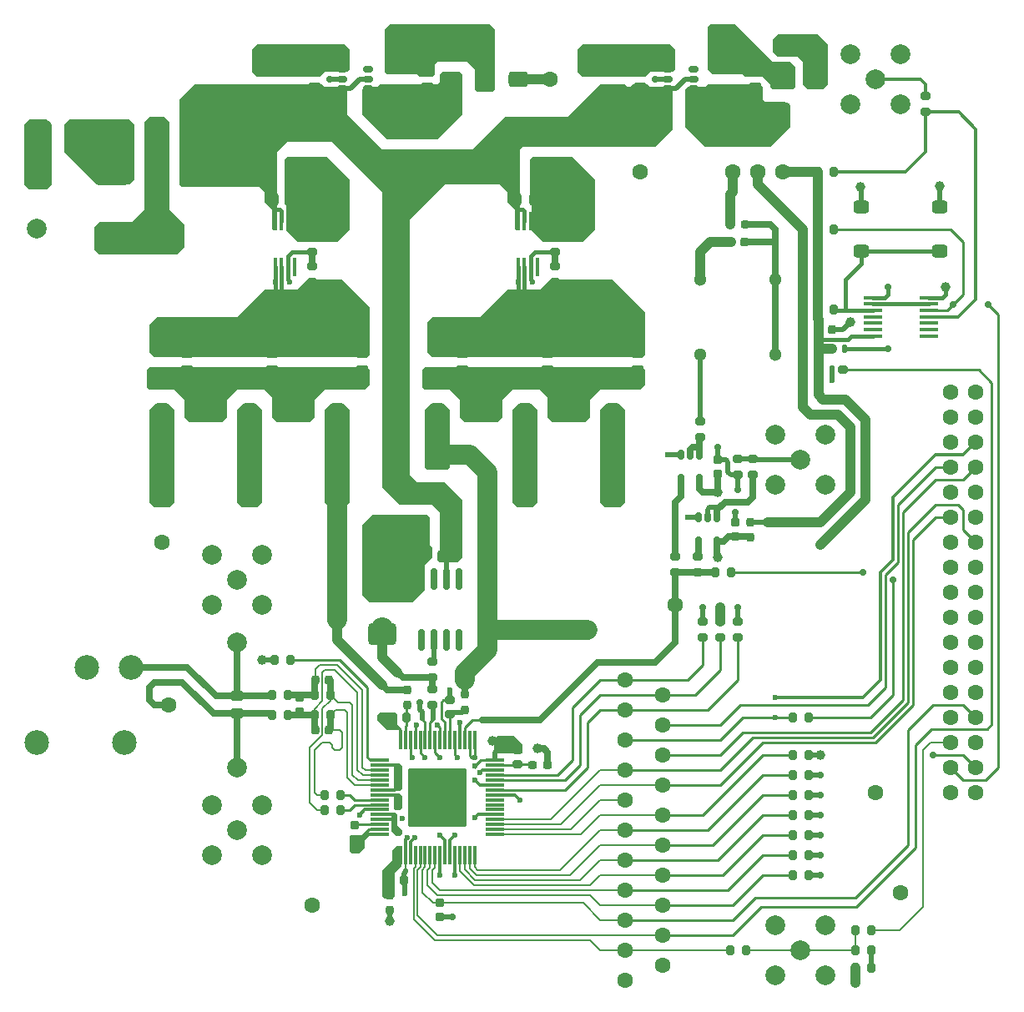
<source format=gtl>
%FSTAX44Y44*%
%MOMM*%
G71*
G01*
G75*
G04 Layer_Physical_Order=1*
G04 Layer_Color=16776960*
G04:AMPARAMS|DCode=10|XSize=0.8mm|YSize=1mm|CornerRadius=0.2mm|HoleSize=0mm|Usage=FLASHONLY|Rotation=270.000|XOffset=0mm|YOffset=0mm|HoleType=Round|Shape=RoundedRectangle|*
%AMROUNDEDRECTD10*
21,1,0.8000,0.6000,0,0,270.0*
21,1,0.4000,1.0000,0,0,270.0*
1,1,0.4000,-0.3000,-0.2000*
1,1,0.4000,-0.3000,0.2000*
1,1,0.4000,0.3000,0.2000*
1,1,0.4000,0.3000,-0.2000*
%
%ADD10ROUNDEDRECTD10*%
G04:AMPARAMS|DCode=11|XSize=0.8mm|YSize=1mm|CornerRadius=0.2mm|HoleSize=0mm|Usage=FLASHONLY|Rotation=0.000|XOffset=0mm|YOffset=0mm|HoleType=Round|Shape=RoundedRectangle|*
%AMROUNDEDRECTD11*
21,1,0.8000,0.6000,0,0,0.0*
21,1,0.4000,1.0000,0,0,0.0*
1,1,0.4000,0.2000,-0.3000*
1,1,0.4000,-0.2000,-0.3000*
1,1,0.4000,-0.2000,0.3000*
1,1,0.4000,0.2000,0.3000*
%
%ADD11ROUNDEDRECTD11*%
G04:AMPARAMS|DCode=12|XSize=0.9mm|YSize=0.8mm|CornerRadius=0.2mm|HoleSize=0mm|Usage=FLASHONLY|Rotation=90.000|XOffset=0mm|YOffset=0mm|HoleType=Round|Shape=RoundedRectangle|*
%AMROUNDEDRECTD12*
21,1,0.9000,0.4000,0,0,90.0*
21,1,0.5000,0.8000,0,0,90.0*
1,1,0.4000,0.2000,0.2500*
1,1,0.4000,0.2000,-0.2500*
1,1,0.4000,-0.2000,-0.2500*
1,1,0.4000,-0.2000,0.2500*
%
%ADD12ROUNDEDRECTD12*%
G04:AMPARAMS|DCode=13|XSize=0.45mm|YSize=0.8mm|CornerRadius=0.1125mm|HoleSize=0mm|Usage=FLASHONLY|Rotation=180.000|XOffset=0mm|YOffset=0mm|HoleType=Round|Shape=RoundedRectangle|*
%AMROUNDEDRECTD13*
21,1,0.4500,0.5750,0,0,180.0*
21,1,0.2250,0.8000,0,0,180.0*
1,1,0.2250,-0.1125,0.2875*
1,1,0.2250,0.1125,0.2875*
1,1,0.2250,0.1125,-0.2875*
1,1,0.2250,-0.1125,-0.2875*
%
%ADD13ROUNDEDRECTD13*%
G04:AMPARAMS|DCode=14|XSize=1mm|YSize=0.8mm|CornerRadius=0.2mm|HoleSize=0mm|Usage=FLASHONLY|Rotation=180.000|XOffset=0mm|YOffset=0mm|HoleType=Round|Shape=RoundedRectangle|*
%AMROUNDEDRECTD14*
21,1,1.0000,0.4000,0,0,180.0*
21,1,0.6000,0.8000,0,0,180.0*
1,1,0.4000,-0.3000,0.2000*
1,1,0.4000,0.3000,0.2000*
1,1,0.4000,0.3000,-0.2000*
1,1,0.4000,-0.3000,-0.2000*
%
%ADD14ROUNDEDRECTD14*%
G04:AMPARAMS|DCode=15|XSize=1.9mm|YSize=0.4mm|CornerRadius=0.1mm|HoleSize=0mm|Usage=FLASHONLY|Rotation=180.000|XOffset=0mm|YOffset=0mm|HoleType=Round|Shape=RoundedRectangle|*
%AMROUNDEDRECTD15*
21,1,1.9000,0.2000,0,0,180.0*
21,1,1.7000,0.4000,0,0,180.0*
1,1,0.2000,-0.8500,0.1000*
1,1,0.2000,0.8500,0.1000*
1,1,0.2000,0.8500,-0.1000*
1,1,0.2000,-0.8500,-0.1000*
%
%ADD15ROUNDEDRECTD15*%
G04:AMPARAMS|DCode=16|XSize=0.8mm|YSize=0.85mm|CornerRadius=0.2mm|HoleSize=0mm|Usage=FLASHONLY|Rotation=90.000|XOffset=0mm|YOffset=0mm|HoleType=Round|Shape=RoundedRectangle|*
%AMROUNDEDRECTD16*
21,1,0.8000,0.4500,0,0,90.0*
21,1,0.4000,0.8500,0,0,90.0*
1,1,0.4000,0.2250,0.2000*
1,1,0.4000,0.2250,-0.2000*
1,1,0.4000,-0.2250,-0.2000*
1,1,0.4000,-0.2250,0.2000*
%
%ADD16ROUNDEDRECTD16*%
G04:AMPARAMS|DCode=17|XSize=1.6mm|YSize=1.3mm|CornerRadius=0.325mm|HoleSize=0mm|Usage=FLASHONLY|Rotation=0.000|XOffset=0mm|YOffset=0mm|HoleType=Round|Shape=RoundedRectangle|*
%AMROUNDEDRECTD17*
21,1,1.6000,0.6500,0,0,0.0*
21,1,0.9500,1.3000,0,0,0.0*
1,1,0.6500,0.4750,-0.3250*
1,1,0.6500,-0.4750,-0.3250*
1,1,0.6500,-0.4750,0.3250*
1,1,0.6500,0.4750,0.3250*
%
%ADD17ROUNDEDRECTD17*%
G04:AMPARAMS|DCode=18|XSize=2mm|YSize=1.6mm|CornerRadius=0.4mm|HoleSize=0mm|Usage=FLASHONLY|Rotation=90.000|XOffset=0mm|YOffset=0mm|HoleType=Round|Shape=RoundedRectangle|*
%AMROUNDEDRECTD18*
21,1,2.0000,0.8000,0,0,90.0*
21,1,1.2000,1.6000,0,0,90.0*
1,1,0.8000,0.4000,0.6000*
1,1,0.8000,0.4000,-0.6000*
1,1,0.8000,-0.4000,-0.6000*
1,1,0.8000,-0.4000,0.6000*
%
%ADD18ROUNDEDRECTD18*%
G04:AMPARAMS|DCode=19|XSize=2mm|YSize=2.6mm|CornerRadius=0.5mm|HoleSize=0mm|Usage=FLASHONLY|Rotation=90.000|XOffset=0mm|YOffset=0mm|HoleType=Round|Shape=RoundedRectangle|*
%AMROUNDEDRECTD19*
21,1,2.0000,1.6000,0,0,90.0*
21,1,1.0000,2.6000,0,0,90.0*
1,1,1.0000,0.8000,0.5000*
1,1,1.0000,0.8000,-0.5000*
1,1,1.0000,-0.8000,-0.5000*
1,1,1.0000,-0.8000,0.5000*
%
%ADD19ROUNDEDRECTD19*%
G04:AMPARAMS|DCode=20|XSize=1.25mm|YSize=1mm|CornerRadius=0.25mm|HoleSize=0mm|Usage=FLASHONLY|Rotation=180.000|XOffset=0mm|YOffset=0mm|HoleType=Round|Shape=RoundedRectangle|*
%AMROUNDEDRECTD20*
21,1,1.2500,0.5000,0,0,180.0*
21,1,0.7500,1.0000,0,0,180.0*
1,1,0.5000,-0.3750,0.2500*
1,1,0.5000,0.3750,0.2500*
1,1,0.5000,0.3750,-0.2500*
1,1,0.5000,-0.3750,-0.2500*
%
%ADD20ROUNDEDRECTD20*%
G04:AMPARAMS|DCode=21|XSize=1.8mm|YSize=2.8mm|CornerRadius=0.18mm|HoleSize=0mm|Usage=FLASHONLY|Rotation=90.000|XOffset=0mm|YOffset=0mm|HoleType=Round|Shape=RoundedRectangle|*
%AMROUNDEDRECTD21*
21,1,1.8000,2.4400,0,0,90.0*
21,1,1.4400,2.8000,0,0,90.0*
1,1,0.3600,1.2200,0.7200*
1,1,0.3600,1.2200,-0.7200*
1,1,0.3600,-1.2200,-0.7200*
1,1,0.3600,-1.2200,0.7200*
%
%ADD21ROUNDEDRECTD21*%
G04:AMPARAMS|DCode=22|XSize=0.7mm|YSize=1mm|CornerRadius=0.175mm|HoleSize=0mm|Usage=FLASHONLY|Rotation=270.000|XOffset=0mm|YOffset=0mm|HoleType=Round|Shape=RoundedRectangle|*
%AMROUNDEDRECTD22*
21,1,0.7000,0.6500,0,0,270.0*
21,1,0.3500,1.0000,0,0,270.0*
1,1,0.3500,-0.3250,-0.1750*
1,1,0.3500,-0.3250,0.1750*
1,1,0.3500,0.3250,0.1750*
1,1,0.3500,0.3250,-0.1750*
%
%ADD22ROUNDEDRECTD22*%
G04:AMPARAMS|DCode=23|XSize=2mm|YSize=1.6mm|CornerRadius=0.4mm|HoleSize=0mm|Usage=FLASHONLY|Rotation=0.000|XOffset=0mm|YOffset=0mm|HoleType=Round|Shape=RoundedRectangle|*
%AMROUNDEDRECTD23*
21,1,2.0000,0.8000,0,0,0.0*
21,1,1.2000,1.6000,0,0,0.0*
1,1,0.8000,0.6000,-0.4000*
1,1,0.8000,-0.6000,-0.4000*
1,1,0.8000,-0.6000,0.4000*
1,1,0.8000,0.6000,0.4000*
%
%ADD23ROUNDEDRECTD23*%
G04:AMPARAMS|DCode=24|XSize=2mm|YSize=2.6mm|CornerRadius=0.5mm|HoleSize=0mm|Usage=FLASHONLY|Rotation=0.000|XOffset=0mm|YOffset=0mm|HoleType=Round|Shape=RoundedRectangle|*
%AMROUNDEDRECTD24*
21,1,2.0000,1.6000,0,0,0.0*
21,1,1.0000,2.6000,0,0,0.0*
1,1,1.0000,0.5000,-0.8000*
1,1,1.0000,-0.5000,-0.8000*
1,1,1.0000,-0.5000,0.8000*
1,1,1.0000,0.5000,0.8000*
%
%ADD24ROUNDEDRECTD24*%
G04:AMPARAMS|DCode=25|XSize=2.4mm|YSize=3mm|CornerRadius=0.24mm|HoleSize=0mm|Usage=FLASHONLY|Rotation=270.000|XOffset=0mm|YOffset=0mm|HoleType=Round|Shape=RoundedRectangle|*
%AMROUNDEDRECTD25*
21,1,2.4000,2.5200,0,0,270.0*
21,1,1.9200,3.0000,0,0,270.0*
1,1,0.4800,-1.2600,-0.9600*
1,1,0.4800,-1.2600,0.9600*
1,1,0.4800,1.2600,0.9600*
1,1,0.4800,1.2600,-0.9600*
%
%ADD25ROUNDEDRECTD25*%
G04:AMPARAMS|DCode=26|XSize=2.65mm|YSize=1.75mm|CornerRadius=0.4375mm|HoleSize=0mm|Usage=FLASHONLY|Rotation=180.000|XOffset=0mm|YOffset=0mm|HoleType=Round|Shape=RoundedRectangle|*
%AMROUNDEDRECTD26*
21,1,2.6500,0.8750,0,0,180.0*
21,1,1.7750,1.7500,0,0,180.0*
1,1,0.8750,-0.8875,0.4375*
1,1,0.8750,0.8875,0.4375*
1,1,0.8750,0.8875,-0.4375*
1,1,0.8750,-0.8875,-0.4375*
%
%ADD26ROUNDEDRECTD26*%
G04:AMPARAMS|DCode=27|XSize=1.8mm|YSize=2.8mm|CornerRadius=0.18mm|HoleSize=0mm|Usage=FLASHONLY|Rotation=180.000|XOffset=0mm|YOffset=0mm|HoleType=Round|Shape=RoundedRectangle|*
%AMROUNDEDRECTD27*
21,1,1.8000,2.4400,0,0,180.0*
21,1,1.4400,2.8000,0,0,180.0*
1,1,0.3600,-0.7200,1.2200*
1,1,0.3600,0.7200,1.2200*
1,1,0.3600,0.7200,-1.2200*
1,1,0.3600,-0.7200,-1.2200*
%
%ADD27ROUNDEDRECTD27*%
G04:AMPARAMS|DCode=28|XSize=1.25mm|YSize=1mm|CornerRadius=0.25mm|HoleSize=0mm|Usage=FLASHONLY|Rotation=90.000|XOffset=0mm|YOffset=0mm|HoleType=Round|Shape=RoundedRectangle|*
%AMROUNDEDRECTD28*
21,1,1.2500,0.5000,0,0,90.0*
21,1,0.7500,1.0000,0,0,90.0*
1,1,0.5000,0.2500,0.3750*
1,1,0.5000,0.2500,-0.3750*
1,1,0.5000,-0.2500,-0.3750*
1,1,0.5000,-0.2500,0.3750*
%
%ADD28ROUNDEDRECTD28*%
%ADD29O,0.4000X1.9000*%
G04:AMPARAMS|DCode=30|XSize=0.9mm|YSize=0.8mm|CornerRadius=0.2mm|HoleSize=0mm|Usage=FLASHONLY|Rotation=180.000|XOffset=0mm|YOffset=0mm|HoleType=Round|Shape=RoundedRectangle|*
%AMROUNDEDRECTD30*
21,1,0.9000,0.4000,0,0,180.0*
21,1,0.5000,0.8000,0,0,180.0*
1,1,0.4000,-0.2500,0.2000*
1,1,0.4000,0.2500,0.2000*
1,1,0.4000,0.2500,-0.2000*
1,1,0.4000,-0.2500,-0.2000*
%
%ADD30ROUNDEDRECTD30*%
G04:AMPARAMS|DCode=31|XSize=0.7mm|YSize=1mm|CornerRadius=0.175mm|HoleSize=0mm|Usage=FLASHONLY|Rotation=0.000|XOffset=0mm|YOffset=0mm|HoleType=Round|Shape=RoundedRectangle|*
%AMROUNDEDRECTD31*
21,1,0.7000,0.6500,0,0,0.0*
21,1,0.3500,1.0000,0,0,0.0*
1,1,0.3500,0.1750,-0.3250*
1,1,0.3500,-0.1750,-0.3250*
1,1,0.3500,-0.1750,0.3250*
1,1,0.3500,0.1750,0.3250*
%
%ADD31ROUNDEDRECTD31*%
G04:AMPARAMS|DCode=32|XSize=0.8mm|YSize=0.85mm|CornerRadius=0.2mm|HoleSize=0mm|Usage=FLASHONLY|Rotation=180.000|XOffset=0mm|YOffset=0mm|HoleType=Round|Shape=RoundedRectangle|*
%AMROUNDEDRECTD32*
21,1,0.8000,0.4500,0,0,180.0*
21,1,0.4000,0.8500,0,0,180.0*
1,1,0.4000,-0.2000,0.2250*
1,1,0.4000,0.2000,0.2250*
1,1,0.4000,0.2000,-0.2250*
1,1,0.4000,-0.2000,-0.2250*
%
%ADD32ROUNDEDRECTD32*%
G04:AMPARAMS|DCode=33|XSize=0.6mm|YSize=2.2mm|CornerRadius=0.15mm|HoleSize=0mm|Usage=FLASHONLY|Rotation=0.000|XOffset=0mm|YOffset=0mm|HoleType=Round|Shape=RoundedRectangle|*
%AMROUNDEDRECTD33*
21,1,0.6000,1.9000,0,0,0.0*
21,1,0.3000,2.2000,0,0,0.0*
1,1,0.3000,0.1500,-0.9500*
1,1,0.3000,-0.1500,-0.9500*
1,1,0.3000,-0.1500,0.9500*
1,1,0.3000,0.1500,0.9500*
%
%ADD33ROUNDEDRECTD33*%
G04:AMPARAMS|DCode=34|XSize=2.2mm|YSize=2.8mm|CornerRadius=0.33mm|HoleSize=0mm|Usage=FLASHONLY|Rotation=90.000|XOffset=0mm|YOffset=0mm|HoleType=Round|Shape=RoundedRectangle|*
%AMROUNDEDRECTD34*
21,1,2.2000,2.1400,0,0,90.0*
21,1,1.5400,2.8000,0,0,90.0*
1,1,0.6600,1.0700,0.7700*
1,1,0.6600,1.0700,-0.7700*
1,1,0.6600,-1.0700,-0.7700*
1,1,0.6600,-1.0700,0.7700*
%
%ADD34ROUNDEDRECTD34*%
G04:AMPARAMS|DCode=35|XSize=1mm|YSize=0.8mm|CornerRadius=0.2mm|HoleSize=0mm|Usage=FLASHONLY|Rotation=90.000|XOffset=0mm|YOffset=0mm|HoleType=Round|Shape=RoundedRectangle|*
%AMROUNDEDRECTD35*
21,1,1.0000,0.4000,0,0,90.0*
21,1,0.6000,0.8000,0,0,90.0*
1,1,0.4000,0.2000,0.3000*
1,1,0.4000,0.2000,-0.3000*
1,1,0.4000,-0.2000,-0.3000*
1,1,0.4000,-0.2000,0.3000*
%
%ADD35ROUNDEDRECTD35*%
G04:AMPARAMS|DCode=36|XSize=0.5mm|YSize=0.65mm|CornerRadius=0.125mm|HoleSize=0mm|Usage=FLASHONLY|Rotation=180.000|XOffset=0mm|YOffset=0mm|HoleType=Round|Shape=RoundedRectangle|*
%AMROUNDEDRECTD36*
21,1,0.5000,0.4000,0,0,180.0*
21,1,0.2500,0.6500,0,0,180.0*
1,1,0.2500,-0.1250,0.2000*
1,1,0.2500,0.1250,0.2000*
1,1,0.2500,0.1250,-0.2000*
1,1,0.2500,-0.1250,-0.2000*
%
%ADD36ROUNDEDRECTD36*%
G04:AMPARAMS|DCode=37|XSize=0.3mm|YSize=1.9mm|CornerRadius=0.075mm|HoleSize=0mm|Usage=FLASHONLY|Rotation=270.000|XOffset=0mm|YOffset=0mm|HoleType=Round|Shape=RoundedRectangle|*
%AMROUNDEDRECTD37*
21,1,0.3000,1.7500,0,0,270.0*
21,1,0.1500,1.9000,0,0,270.0*
1,1,0.1500,-0.8750,-0.0750*
1,1,0.1500,-0.8750,0.0750*
1,1,0.1500,0.8750,0.0750*
1,1,0.1500,0.8750,-0.0750*
%
%ADD37ROUNDEDRECTD37*%
G04:AMPARAMS|DCode=38|XSize=0.3mm|YSize=1.9mm|CornerRadius=0.075mm|HoleSize=0mm|Usage=FLASHONLY|Rotation=180.000|XOffset=0mm|YOffset=0mm|HoleType=Round|Shape=RoundedRectangle|*
%AMROUNDEDRECTD38*
21,1,0.3000,1.7500,0,0,180.0*
21,1,0.1500,1.9000,0,0,180.0*
1,1,0.1500,-0.0750,0.8750*
1,1,0.1500,0.0750,0.8750*
1,1,0.1500,0.0750,-0.8750*
1,1,0.1500,-0.0750,-0.8750*
%
%ADD38ROUNDEDRECTD38*%
G04:AMPARAMS|DCode=39|XSize=6mm|YSize=6mm|CornerRadius=0.3mm|HoleSize=0mm|Usage=FLASHONLY|Rotation=270.000|XOffset=0mm|YOffset=0mm|HoleType=Round|Shape=RoundedRectangle|*
%AMROUNDEDRECTD39*
21,1,6.0000,5.4000,0,0,270.0*
21,1,5.4000,6.0000,0,0,270.0*
1,1,0.6000,-2.7000,-2.7000*
1,1,0.6000,-2.7000,2.7000*
1,1,0.6000,2.7000,2.7000*
1,1,0.6000,2.7000,-2.7000*
%
%ADD39ROUNDEDRECTD39*%
%ADD40C,0.3000*%
%ADD41C,0.2540*%
%ADD42C,1.0000*%
%ADD43C,0.4000*%
%ADD44C,0.7000*%
%ADD45C,0.5000*%
%ADD46C,0.2500*%
%ADD47C,0.2000*%
%ADD48C,2.0000*%
%ADD49C,1.6000*%
%ADD50C,2.5000*%
%ADD51C,2.0000*%
%ADD52C,1.3000*%
%ADD53C,2.2000*%
%ADD54C,0.6000*%
%ADD55C,1.0000*%
%ADD56C,0.7000*%
G36*
X0078862Y010223D02*
X007937Y0101722D01*
X007937Y0092324D01*
X0078862Y0091816D01*
X0077338Y0091816D01*
X007683Y0092324D01*
Y0101722D01*
X0077338Y010223D01*
X0078862Y010223D01*
D02*
G37*
G36*
X0069972D02*
X007048Y0101722D01*
X007048Y0092324D01*
X0069972Y0091816D01*
X0068448Y0091816D01*
X006794Y0092324D01*
Y0101722D01*
X0068448Y010223D01*
X0069972Y010223D01*
D02*
G37*
G36*
X0061082D02*
X006159Y0101722D01*
X006159Y0092324D01*
X0061082Y0091816D01*
X0059558Y0091816D01*
X005905Y0092324D01*
Y0101722D01*
X0059558Y010223D01*
X0061082Y010223D01*
D02*
G37*
G36*
X0097912Y010223D02*
X009842Y0101722D01*
X009842Y0092324D01*
X0097912Y0091816D01*
X0096388Y0091816D01*
X009588Y0092324D01*
Y0101722D01*
X0096388Y010223D01*
X0097912Y010223D01*
D02*
G37*
G36*
X0081402Y0105786D02*
Y0104262D01*
X0080894Y0103754D01*
X007683D01*
X0075814Y0102738D01*
Y010096D01*
X0075306Y0100452D01*
X0072004Y0100452D01*
X0071496Y010096D01*
X0071496Y0102992D01*
X0070734Y0103754D01*
X006794Y0103754D01*
X0066924Y0102738D01*
Y010096D01*
X0066416Y0100452D01*
X0063114D01*
X0062606Y010096D01*
Y0102738D01*
X006159Y0103754D01*
X005905D01*
X0058796Y0104008D01*
Y0105786D01*
X005905Y010604D01*
X0081148D01*
X0081402Y0105786D01*
D02*
G37*
G36*
X008953Y0101722D02*
X008953Y0098928D01*
X008953Y009588D01*
X0089276Y0095626D01*
X0087244Y0095626D01*
X008699Y009588D01*
X008699Y0101722D01*
X0087498Y010223D01*
X0089022D01*
X008953Y0101722D01*
D02*
G37*
G36*
X0106802Y010223D02*
X010731Y0101722D01*
X010731Y0092324D01*
X0106802Y0091816D01*
X0105278Y0091816D01*
X010477Y0092324D01*
Y0101722D01*
X0105278Y010223D01*
X0106802Y010223D01*
D02*
G37*
G36*
X0087498Y00908D02*
Y0088006D01*
X0087752Y0087752D01*
Y0086736D01*
X008699Y0085974D01*
Y0083434D01*
X008572Y0082164D01*
X0081402Y0082164D01*
X008064Y0082926D01*
X008064Y0090038D01*
X0081656Y0091054D01*
X0087244D01*
X0087498Y00908D01*
D02*
G37*
G36*
X0084196Y0060574D02*
Y0059558D01*
X0084704Y005905D01*
X0084704Y0058669D01*
X008445Y0058415D01*
X0084069D01*
X00836Y0058884D01*
X00836Y00607D01*
X008407Y00607D01*
X0084196Y0060574D01*
D02*
G37*
G36*
X0080894Y0058288D02*
X0080894Y0057272D01*
X0080259Y0056637D01*
X0079624Y0056637D01*
X007937Y0056891D01*
Y0058415D01*
X0079497Y0058542D01*
X008064D01*
X0080894Y0058288D01*
D02*
G37*
G36*
X00846Y00573D02*
X00846Y005539D01*
X0083942Y0054732D01*
X0083942Y0052319D01*
X0083688Y0052065D01*
X0082926D01*
X0082672Y0052319D01*
X0082672Y0054986D01*
X0083688Y0056002D01*
X0083688Y0057018D01*
X008407Y00574D01*
X00845D01*
X00846Y00573D01*
D02*
G37*
G36*
X0084704Y0062479D02*
X0084704Y0061336D01*
X008445Y0061082D01*
X0083942Y0061082D01*
X0083815Y0061209D01*
Y0062598D01*
X008395Y0062733D01*
X008445D01*
X0084704Y0062479D01*
D02*
G37*
G36*
X0084196Y0070734D02*
X0084196Y0069591D01*
X008445Y0069337D01*
X0084323Y006921D01*
X008318Y006921D01*
X0082164Y0070226D01*
Y0070734D01*
X0082418Y0070988D01*
X0083942Y0070988D01*
X0084196Y0070734D01*
D02*
G37*
G36*
X0096896Y0067686D02*
Y0066924D01*
X0096769Y0066797D01*
X0094245Y0066797D01*
X0093975Y0067067D01*
X0093975Y0068194D01*
X0094356Y0068575D01*
X0096007Y0068575D01*
X0096896Y0067686D01*
D02*
G37*
G36*
X0084704Y0065527D02*
X0084704Y0063241D01*
X008445Y0062987D01*
X0084045Y0062987D01*
X0083815Y0063217D01*
Y0065654D01*
X0083942Y0065781D01*
X008445D01*
X0084704Y0065527D01*
D02*
G37*
G36*
X0109342Y0105786D02*
Y0104262D01*
X0108834Y0103754D01*
X010477D01*
X0103754Y0102738D01*
Y010096D01*
X0103246Y0100452D01*
X0099944Y0100452D01*
X0099436Y010096D01*
X0099436Y0102992D01*
X0098674Y0103754D01*
X009588Y0103754D01*
X0094864Y0102738D01*
Y010096D01*
X0094356Y0100452D01*
X0091054D01*
X0090546Y010096D01*
Y0102738D01*
X008953Y0103754D01*
X008699D01*
X0086736Y0104008D01*
Y0105786D01*
X008699Y010604D01*
X0109088D01*
X0109342Y0105786D01*
D02*
G37*
G36*
X0094102Y014033D02*
Y0134234D01*
X0093848Y013398D01*
X0092324D01*
X009207Y0134234D01*
Y0136266D01*
X0091308Y0137028D01*
X008826D01*
X0088006Y0136774D01*
Y0135758D01*
X0087752Y0135504D01*
X0086482D01*
X0086228Y0135758D01*
X008318Y0135758D01*
X0082926Y0136012D01*
X0082926Y014033D01*
X0083434Y0140838D01*
X0093594D01*
X0094102Y014033D01*
D02*
G37*
G36*
X0089022Y0136012D02*
X0090546Y0136012D01*
X00908Y0135758D01*
X00908Y0131694D01*
X008826Y0129154D01*
X008318Y0129154D01*
X008064Y0131694D01*
Y0134234D01*
X0080894Y0134488D01*
X0082164D01*
X0082418Y0134742D01*
X0087752D01*
X008826Y0134742D01*
X0088514Y0134996D01*
Y0135758D01*
X0088768Y0136012D01*
X0089022Y0136012D01*
D02*
G37*
G36*
X012128Y0134488D02*
Y0133218D01*
X0121534Y0132964D01*
X0123566D01*
X0124074Y0132456D01*
Y0130424D01*
X0122042Y0128392D01*
X0115438D01*
X0113406Y0130424D01*
Y0134234D01*
X011366Y0134488D01*
X0115438D01*
X0115692Y0134742D01*
X0121026D01*
X012128Y0134488D01*
D02*
G37*
G36*
X01184859Y0140838D02*
X0121026Y0138298D01*
Y0138298D01*
X0122296Y0137028D01*
X0124074Y0137028D01*
X0124582Y013652D01*
X0124582Y0134488D01*
X0124328Y0134234D01*
X0122296D01*
X0122042Y0134488D01*
X0122042Y0134742D01*
X012128Y0135504D01*
X0119502Y0135504D01*
X0119248Y0135758D01*
X01162Y0135758D01*
X0115692Y0136266D01*
X0115692Y0140584D01*
X0115946Y0140838D01*
X01184859Y0140838D01*
D02*
G37*
G36*
X0111882Y0138806D02*
X011239Y0138298D01*
X011239Y0136266D01*
X0112136Y0136012D01*
X010985D01*
X0109342Y0135504D01*
X0102992D01*
X0102484Y0136012D01*
X0102484Y0138298D01*
X0102992Y0138806D01*
X0111882Y0138806D01*
D02*
G37*
G36*
X0078862D02*
X007937Y0138298D01*
X007937Y0136266D01*
X0079116Y0136012D01*
X007683D01*
X0076322Y0135504D01*
X0069972D01*
X0069464Y0136012D01*
X0069464Y0138298D01*
X0069972Y0138806D01*
X0078862Y0138806D01*
D02*
G37*
G36*
X0127884Y0138806D02*
Y0134742D01*
X0127376Y0134234D01*
X0125852D01*
X0125344Y0134742D01*
Y0137028D01*
X0124836Y0137536D01*
X0122804D01*
X0122296Y0138044D01*
Y0139314D01*
X0122804Y0139822D01*
X0126868D01*
X0127884Y0138806D01*
D02*
G37*
G36*
X0057526Y0130678D02*
Y012509D01*
X0057018Y0124582D01*
X0053716D01*
X0050414Y0127884D01*
X0050414Y0130678D01*
X0050922Y0131186D01*
X0057018D01*
X0057526Y0130678D01*
D02*
G37*
G36*
X0061082Y0130932D02*
X0061082Y0122042D01*
X0062606Y0120518D01*
Y0118232D01*
X0061844Y011747D01*
X005397D01*
X0053462Y0117978D01*
Y0120264D01*
X005397Y0120772D01*
X0057272Y0120772D01*
X0058542Y0122042D01*
X0058542Y0130932D01*
X005905Y013144D01*
X0060574D01*
X0061082Y0130932D01*
D02*
G37*
G36*
X0109342Y0111628D02*
Y010731D01*
X0109088Y0107056D01*
X0087752Y0107056D01*
X0087244Y0107564D01*
X0087244Y0110612D01*
X0087752Y011112D01*
X0092578Y011112D01*
X0095372Y0113914D01*
X0098674D01*
X009969Y011493D01*
X010604Y011493D01*
X0109342Y0111628D01*
D02*
G37*
G36*
X0081402Y0112136D02*
Y010731D01*
X0081148Y0107056D01*
X0059558D01*
X005905Y0107564D01*
Y0110358D01*
X0059812Y011112D01*
X006794D01*
X0070734Y0113914D01*
X0074036D01*
X0075052Y011493D01*
X0078608D01*
X0081402Y0112136D01*
D02*
G37*
G36*
X0077084Y0127376D02*
X007937Y012509D01*
X007937Y012001D01*
X00781Y011874D01*
X0074036Y011874D01*
X0072893Y0119883D01*
X0072893Y0122423D01*
X0072766Y012255D01*
Y0127122D01*
X007302Y0127376D01*
X0077084Y0127376D01*
D02*
G37*
G36*
X0049144Y0130678D02*
Y0124582D01*
X0048636Y0124074D01*
X0046858D01*
X004635Y0124582D01*
Y0130678D01*
X0046858Y0131186D01*
X0048636D01*
X0049144Y0130678D01*
D02*
G37*
G36*
X0076576Y0134742D02*
X007683Y0134488D01*
X00789234D01*
X0079116Y01342954D01*
Y0131694D01*
X0082672Y0128138D01*
X0091816Y0128138D01*
X0095118Y013144D01*
X0101468D01*
X0104516Y0134488D01*
X0107818D01*
X0108072Y0134742D01*
X0109596D01*
X010985Y0134488D01*
X0111882D01*
X0112136Y0134234D01*
X0112136Y013017D01*
X0110358Y0128392D01*
X0096896Y0128392D01*
X0096642Y0128138D01*
X0096642D01*
X0096642Y01270902D01*
Y012001D01*
X0096515Y0119883D01*
X0096261D01*
X0096134Y012001D01*
X0096134Y0122042D01*
X0095372Y0122804D01*
X0095372Y012382D01*
X009461Y0124582D01*
X0089022D01*
X0085466Y0121026D01*
Y0095118D01*
X0086228Y0094356D01*
X0089022Y0094356D01*
X00908Y0092578D01*
X00908Y0086736D01*
X0090292Y0086228D01*
X0088514D01*
X008826Y0086482D01*
Y0087244D01*
X0088514Y0087498D01*
Y0091308D01*
X0087752Y009207D01*
X008445Y009207D01*
X0082672Y0093848D01*
X0082672Y012382D01*
X0080132Y012636D01*
X0077592Y01289D01*
X007302Y01289D01*
X0072004Y0127884D01*
X0072004Y0127122D01*
X0072004Y0127122D01*
Y012001D01*
X0071877Y0119883D01*
X0071623D01*
X0071496Y012001D01*
X0071496Y0122042D01*
X0070734Y0122804D01*
X0070734Y012382D01*
X0070226Y0124328D01*
X0062352Y0124328D01*
X0062098Y0124582D01*
X0062098Y0127122D01*
X0062098Y0127122D01*
X0062098Y0133218D01*
X0063622Y0134742D01*
X0076576Y0134742D01*
D02*
G37*
G36*
X0101976Y0127376D02*
X0104262Y012509D01*
X0104262Y012001D01*
X0102992Y011874D01*
X0098928Y011874D01*
X0097785Y0119883D01*
X0097785Y0122423D01*
X0097658Y012255D01*
Y0127122D01*
X0097912Y0127376D01*
X0101976Y0127376D01*
D02*
G37*
D10*
X013779Y013191D02*
D03*
Y013351D02*
D03*
X007556Y0117686D02*
D03*
Y0119286D02*
D03*
Y0114638D02*
D03*
Y0116238D02*
D03*
X0100198Y0117686D02*
D03*
Y0119286D02*
D03*
Y0114638D02*
D03*
Y0116238D02*
D03*
X011493Y009889D02*
D03*
Y010049D02*
D03*
X0120264Y009508D02*
D03*
Y009668D02*
D03*
X011874Y009668D02*
D03*
Y009508D02*
D03*
X0114676Y0085174D02*
D03*
Y0086774D02*
D03*
X011239Y0085174D02*
D03*
Y0086774D02*
D03*
X0087752Y0074506D02*
D03*
Y0076106D02*
D03*
X0087752Y0071712D02*
D03*
Y0073312D02*
D03*
X0115184Y007857D02*
D03*
Y008017D02*
D03*
X011874Y007857D02*
D03*
Y008017D02*
D03*
X0116962Y008017D02*
D03*
Y007857D02*
D03*
D11*
X012843Y0111882D02*
D03*
X012683D02*
D03*
X012683Y012001D02*
D03*
X012843D02*
D03*
X012683Y0125852D02*
D03*
X012843D02*
D03*
X0118016Y0085212D02*
D03*
X0116416D02*
D03*
X007843Y0062606D02*
D03*
X007683D02*
D03*
X007843Y0061082D02*
D03*
X007683D02*
D03*
X00773759Y00727661D02*
D03*
X00757759D02*
D03*
X00773759Y00707341D02*
D03*
X00757759D02*
D03*
X00730579D02*
D03*
X00714579D02*
D03*
X00730579Y00727661D02*
D03*
X00714579D02*
D03*
X0073312Y0076322D02*
D03*
X0071712D02*
D03*
X013064Y004508D02*
D03*
X013224D02*
D03*
X013224Y0046858D02*
D03*
X013064D02*
D03*
X013224Y004889D02*
D03*
X013064D02*
D03*
X012589Y0054478D02*
D03*
X012429D02*
D03*
X012589Y0058542D02*
D03*
X012429D02*
D03*
X012589Y005651D02*
D03*
X012429D02*
D03*
X011794Y0046858D02*
D03*
X011954D02*
D03*
X012589Y0064638D02*
D03*
X012429D02*
D03*
X012589Y006667D02*
D03*
X012429D02*
D03*
X012589Y007048D02*
D03*
X012429D02*
D03*
X012589Y0060574D02*
D03*
X012429D02*
D03*
X012589Y0062606D02*
D03*
X012429D02*
D03*
D12*
X012693Y010985D02*
D03*
X012833D02*
D03*
X011804Y011874D02*
D03*
X011944D02*
D03*
X0088706Y008699D02*
D03*
X0087306D02*
D03*
X00758759Y00692101D02*
D03*
X00772759D02*
D03*
X00758759Y00742901D02*
D03*
X00772759D02*
D03*
D13*
X012825Y0107872D02*
D03*
X012955D02*
D03*
X012825Y0105732D02*
D03*
D14*
X01294D02*
D03*
X008953Y0070796D02*
D03*
Y0072196D02*
D03*
X0096388Y0065716D02*
D03*
Y0067116D02*
D03*
D15*
X01324Y011307D02*
D03*
Y011242D02*
D03*
Y011177D02*
D03*
Y011112D02*
D03*
Y011047D02*
D03*
Y010982D02*
D03*
Y010917D02*
D03*
X01381Y011307D02*
D03*
Y011242D02*
D03*
Y011177D02*
D03*
Y011112D02*
D03*
Y011047D02*
D03*
Y010982D02*
D03*
Y010917D02*
D03*
D16*
X01179652Y0120518D02*
D03*
X01195148D02*
D03*
X00978992Y0065654D02*
D03*
X00994488D02*
D03*
D17*
X0131275Y012226D02*
D03*
X0139225D02*
D03*
Y011776D02*
D03*
X0131275D02*
D03*
D18*
X0123312Y013185D02*
D03*
Y013865D02*
D03*
X009715Y010817D02*
D03*
Y010137D02*
D03*
X010604Y010817D02*
D03*
Y010137D02*
D03*
X008826Y010817D02*
D03*
Y010137D02*
D03*
X00781Y010817D02*
D03*
Y010137D02*
D03*
X006921Y010817D02*
D03*
Y010137D02*
D03*
X006032Y010817D02*
D03*
Y010137D02*
D03*
D19*
X0123312Y013525D02*
D03*
X009715Y010477D02*
D03*
X010604D02*
D03*
X008826D02*
D03*
X00781Y010477D02*
D03*
X006921D02*
D03*
X006032D02*
D03*
D20*
X0120518Y0134375D02*
D03*
Y0136125D02*
D03*
X0108834Y0134375D02*
D03*
Y0136125D02*
D03*
X0087244Y0134375D02*
D03*
Y0136125D02*
D03*
X0075814Y0134375D02*
D03*
Y0136125D02*
D03*
X010858Y0107423D02*
D03*
Y0105673D02*
D03*
X0099436Y0107423D02*
D03*
Y0105673D02*
D03*
X00908Y0107423D02*
D03*
Y0105673D02*
D03*
X008064Y0107423D02*
D03*
Y0105673D02*
D03*
X0071496Y0107423D02*
D03*
Y0105673D02*
D03*
X006286Y0107423D02*
D03*
Y0105673D02*
D03*
X006794Y0072625D02*
D03*
Y0070875D02*
D03*
D21*
X011747Y013675D02*
D03*
Y013375D02*
D03*
X010604Y013675D02*
D03*
Y013375D02*
D03*
X008445Y013675D02*
D03*
Y013375D02*
D03*
X007302Y013675D02*
D03*
Y013375D02*
D03*
X010223Y0105048D02*
D03*
Y0108048D02*
D03*
X007429Y0105048D02*
D03*
Y0108048D02*
D03*
D22*
X0114198Y01343D02*
D03*
X0111598Y013525D02*
D03*
X0114198Y01362D02*
D03*
X0111598D02*
D03*
Y01343D02*
D03*
X0114198Y013525D02*
D03*
X0081178Y01343D02*
D03*
X0078578Y013525D02*
D03*
X0081178Y01362D02*
D03*
X0078578D02*
D03*
Y01343D02*
D03*
X0081178Y013525D02*
D03*
D23*
X0089686Y013525D02*
D03*
X0096486D02*
D03*
X0056412Y013017D02*
D03*
X0063212D02*
D03*
D24*
X0093086Y013525D02*
D03*
X0059812Y013017D02*
D03*
D25*
X005524Y012567D02*
D03*
Y011943D02*
D03*
D26*
X0052056Y013017D02*
D03*
X0047756D02*
D03*
D27*
X006009Y0125852D02*
D03*
X006309D02*
D03*
X0073758D02*
D03*
X0070758D02*
D03*
X009865D02*
D03*
X009565D02*
D03*
X0086506Y008953D02*
D03*
X0089506D02*
D03*
D28*
X0071637Y0123058D02*
D03*
X0073387D02*
D03*
X0096275D02*
D03*
X0098025D02*
D03*
D29*
X0071791Y0116186D02*
D03*
X0072441D02*
D03*
X0073091D02*
D03*
X0073741D02*
D03*
X0071791Y0120786D02*
D03*
X0072441D02*
D03*
X0073091D02*
D03*
X0073741D02*
D03*
X0096429Y0116186D02*
D03*
X0097079D02*
D03*
X0097729D02*
D03*
X0098379D02*
D03*
X0096429Y0120786D02*
D03*
X0097079D02*
D03*
X0097729D02*
D03*
X0098379D02*
D03*
D30*
X0116708Y009518D02*
D03*
Y009658D02*
D03*
X0118486Y008883D02*
D03*
Y009023D02*
D03*
X0079878Y0058096D02*
D03*
Y0059496D02*
D03*
X0088514Y0051622D02*
D03*
Y0050222D02*
D03*
X00742899Y00724501D02*
D03*
Y00710501D02*
D03*
D31*
X0114864Y009708D02*
D03*
X0113914D02*
D03*
X0112964D02*
D03*
Y009468D02*
D03*
X0114864D02*
D03*
X0116642Y009073D02*
D03*
X0115692D02*
D03*
X0114742D02*
D03*
Y008833D02*
D03*
X0116642D02*
D03*
D32*
X012001Y00887552D02*
D03*
Y00903048D02*
D03*
X0083434Y00524588D02*
D03*
Y00509092D02*
D03*
X0091054Y0071242D02*
D03*
Y00727916D02*
D03*
X0085212Y00717372D02*
D03*
Y00732868D02*
D03*
D33*
X0086609Y0078302D02*
D03*
X0087879D02*
D03*
X0089149D02*
D03*
X0090419D02*
D03*
X0086609Y0084502D02*
D03*
X0087879D02*
D03*
X0089149D02*
D03*
X0090419D02*
D03*
D34*
X0082672Y0083902D02*
D03*
Y0078902D02*
D03*
D35*
X0083496Y005397D02*
D03*
X0084896D02*
D03*
X008515Y007048D02*
D03*
X008375D02*
D03*
D36*
X00867106Y007048D02*
D03*
X00877774D02*
D03*
D37*
X009411Y0066102D02*
D03*
Y0065602D02*
D03*
Y0065102D02*
D03*
Y0064602D02*
D03*
Y0064102D02*
D03*
Y0063602D02*
D03*
Y0063102D02*
D03*
Y0062602D02*
D03*
Y0062102D02*
D03*
Y0061602D02*
D03*
Y0061102D02*
D03*
Y0060602D02*
D03*
Y0060102D02*
D03*
Y0059602D02*
D03*
Y0059102D02*
D03*
Y0058602D02*
D03*
X008241D02*
D03*
Y0066102D02*
D03*
Y0065602D02*
D03*
Y0065102D02*
D03*
Y0064602D02*
D03*
Y0064102D02*
D03*
Y0063602D02*
D03*
Y0063102D02*
D03*
Y0062602D02*
D03*
Y0062102D02*
D03*
Y0058602D02*
D03*
Y0059102D02*
D03*
Y0059602D02*
D03*
Y0060102D02*
D03*
Y0060602D02*
D03*
Y0061102D02*
D03*
Y0061602D02*
D03*
D38*
X009151Y0068202D02*
D03*
X009101D02*
D03*
X009051D02*
D03*
X009001D02*
D03*
X008951D02*
D03*
X008901D02*
D03*
X008851D02*
D03*
X008801D02*
D03*
X008751D02*
D03*
X008701D02*
D03*
X008651D02*
D03*
X008601D02*
D03*
X008551D02*
D03*
X008501D02*
D03*
X008451D02*
D03*
X009201D02*
D03*
Y0056502D02*
D03*
D03*
X009151D02*
D03*
X009101D02*
D03*
X009051D02*
D03*
X009001D02*
D03*
X008951D02*
D03*
X008901D02*
D03*
X008851D02*
D03*
X008801D02*
D03*
X008751D02*
D03*
X008701D02*
D03*
X008651D02*
D03*
X008601D02*
D03*
X008551D02*
D03*
X008501D02*
D03*
X008451D02*
D03*
D39*
X008826Y0062352D02*
D03*
D40*
X009051Y0069936D02*
X0090546Y0069972D01*
X009051Y0068202D02*
Y0069936D01*
X013144Y0072512D02*
X0133218Y007429D01*
X012255Y0072512D02*
X013144D01*
X0133218Y007429D02*
Y0085212D01*
X0134488Y0086482D01*
Y0092832D01*
X0138806Y009715D01*
X01416D01*
X014287Y009842D01*
X0096138Y0062602D02*
X0096642Y0062098D01*
X009411Y0062602D02*
X0096138D01*
X0092352Y0060602D02*
X009411D01*
X009207Y006032D02*
X0092352Y0060602D01*
X009207Y006413D02*
X0092598Y0063602D01*
X009411D01*
X0092578Y0064892D02*
X0092788Y0065102D01*
X009411D01*
X008501Y0056502D02*
Y0058086D01*
X0085212Y0058288D01*
X008551Y0057824D02*
X0085974Y0058288D01*
X008551Y0056502D02*
Y0057824D01*
X008851Y0054482D02*
X0088514Y0054478D01*
X008851Y0054482D02*
Y0056502D01*
X008951Y0058014D02*
X0090038Y0058542D01*
X008951Y0056502D02*
Y0058014D01*
X0088514Y0058542D02*
X008901Y0058046D01*
Y0056502D02*
Y0058046D01*
X0084196Y0064384D02*
Y00654D01*
X0083994Y0065602D02*
X0084196Y00654D01*
X008241Y0065602D02*
X0083994D01*
X008241Y0063102D02*
X008393D01*
X0084196Y0063368D02*
Y0064384D01*
X008393Y0063102D02*
X0084196Y0063368D01*
Y0061336D02*
Y0062225D01*
X0083819Y0062602D02*
X0084196Y0062225D01*
X008241Y0062602D02*
X0083819D01*
X008241Y0060602D02*
X0083942D01*
X008241Y0060102D02*
X0083942D01*
X0080386Y0060574D02*
X0080914Y0061102D01*
X008241D01*
X0081335Y0058602D02*
X008241D01*
X0080829Y0058096D02*
X0081335Y0058602D01*
X0079878Y0058096D02*
X0080829D01*
X013779Y013351D02*
Y0134742D01*
X0137282Y013525D02*
X013779Y0134742D01*
X013271Y013525D02*
X0137282D01*
X012843Y0125852D02*
X0135758D01*
X013779Y0127884D01*
Y013191D01*
X014113D01*
X014287Y013017D01*
Y0112898D02*
Y013017D01*
X0141092Y011112D02*
X014287Y0112898D01*
X01381Y011112D02*
X0141092D01*
X009001Y0054478D02*
Y0056502D01*
D41*
X0133726Y0073528D02*
Y0084958D01*
X0131948Y007175D02*
X0133726Y0073528D01*
X0118994Y007175D02*
X0131948D01*
X012255Y007048D02*
X012429D01*
X0119248D02*
X012255D01*
X008551Y0066626D02*
X008572Y0066416D01*
X008551Y0066626D02*
Y0068202D01*
X00877774Y00702514D02*
Y007048D01*
X008751Y0069984D02*
X00877774Y00702514D01*
X008751Y0068202D02*
Y0069984D01*
X0091816Y0070226D02*
X0092832D01*
X009101Y006942D02*
X0091816Y0070226D01*
X009101Y0068202D02*
Y006942D01*
X008951Y0070776D02*
X008953Y0070796D01*
X008951Y0068202D02*
Y0070776D01*
X0087752Y0071712D02*
X00877774Y00716866D01*
X008515Y00716752D02*
X0085212Y00717372D01*
X008515Y007048D02*
Y00716752D01*
Y0069656D02*
Y007048D01*
X008501Y0069516D02*
X008515Y0069656D01*
X008501Y0068202D02*
Y0069516D01*
X0078354Y0076322D02*
X0081148Y0073528D01*
Y0066416D02*
Y0073528D01*
X0073312Y0076322D02*
X0078354D01*
X0134996Y009207D02*
X0138806Y009588D01*
X0134996Y0086228D02*
Y009207D01*
X0133726Y0084958D02*
X0134996Y0086228D01*
X0138806Y009588D02*
X014033D01*
X0138806Y009461D02*
X01416D01*
X0135504Y0091308D02*
X0138806Y009461D01*
X0135504Y0072258D02*
Y0091308D01*
X0138806Y009207D02*
X0141092D01*
X0136012Y0089276D02*
X0138806Y009207D01*
X0136012Y0072004D02*
Y0089276D01*
X0138806Y00908D02*
X014033D01*
X013652Y0088514D02*
X0138806Y00908D01*
X013652Y007175D02*
Y0088514D01*
X0115692Y0071242D02*
X011874Y007429D01*
X010731Y0071242D02*
X0115692D01*
X0116962Y0075306D02*
Y007857D01*
X0114422Y0072766D02*
X0116962Y0075306D01*
X0136774Y0067686D02*
X0138338Y006925D01*
X0136774Y0057274D02*
Y0067686D01*
X013075Y005125D02*
X0136774Y0057274D01*
X0136012Y006921D02*
X0138552Y007175D01*
X0136012Y0057526D02*
Y006921D01*
X0130678Y0052192D02*
X0136012Y0057526D01*
X01211Y005125D02*
X013075D01*
X0118232Y0048382D02*
X01211Y005125D01*
X011112Y0048382D02*
X0118232D01*
X0120518Y0052192D02*
X0130678D01*
X0118232Y0049906D02*
X0120518Y0052192D01*
X010731Y0049906D02*
X0118232D01*
X0138552Y007175D02*
X01416D01*
X014287Y007048D01*
X01445Y006975D02*
Y010441D01*
X0143178Y0105732D02*
X01445Y010441D01*
X01294Y0105732D02*
X0143178D01*
X0079878Y0059496D02*
X0079984Y0059602D01*
X008241D01*
X0081462Y0066102D02*
X008241D01*
X0081148Y0066416D02*
X0081462Y0066102D01*
X00978372Y0065716D02*
X00978992Y0065654D01*
X0096388Y0065716D02*
X00978372D01*
X0096274Y0065602D02*
X0096388Y0065716D01*
X009411Y0065602D02*
X0096274D01*
X0101976Y0066162D02*
Y0071496D01*
X0100416Y0064602D02*
X0101976Y0066162D01*
X009411Y0064602D02*
X0100416D01*
X0101976Y0071496D02*
X010477Y007429D01*
X010731D01*
X009411Y0064102D02*
X0101186D01*
X0102738Y0065654D01*
Y0070734D01*
X010477Y0072766D01*
X011112D01*
X010477Y0071242D02*
X010731D01*
X01035Y0069972D02*
X010477Y0071242D01*
X01035Y00654D02*
Y0069972D01*
X009411Y0063102D02*
X0101202D01*
X01035Y00654D01*
X011874Y007429D02*
Y007857D01*
X011112Y0072766D02*
X0114422D01*
X0115184Y0075814D02*
Y007857D01*
X011366Y007429D02*
X0115184Y0075814D01*
X010731Y007429D02*
X011366D01*
X012843Y012001D02*
X014033D01*
X01416Y011874D01*
Y0113406D02*
Y011874D01*
X0140584Y011239D02*
X01416Y0113406D01*
X014414Y011239D02*
X0145156Y0111374D01*
Y00654D02*
Y0111374D01*
X0139964Y011177D02*
X0140584Y011239D01*
X01381Y011177D02*
X0139964D01*
X0143886Y006413D02*
X0145156Y00654D01*
X01416Y006413D02*
X0143886D01*
X014033Y00654D02*
X01416Y006413D01*
X0120264Y0068448D02*
X0132456D01*
X0116962Y0065146D02*
X0120264Y0068448D01*
X010731Y0065146D02*
X0116962D01*
Y0069718D02*
X0118994Y007175D01*
X011112Y0069718D02*
X0116962D01*
X0134488Y0072766D02*
Y008445D01*
X0132202Y007048D02*
X0134488Y0072766D01*
X012589Y007048D02*
X0132202D01*
X0116962Y0068194D02*
X0119248Y007048D01*
X010731Y0068194D02*
X0116962D01*
X01416Y009461D02*
X014287Y009588D01*
X0132202Y0068956D02*
X0135504Y0072258D01*
X0119248Y0068956D02*
X0132202D01*
X0116962Y006667D02*
X0119248Y0068956D01*
X011112Y006667D02*
X0116962D01*
X0132456Y0068448D02*
X0136012Y0072004D01*
X01416Y008953D02*
X014287Y008826D01*
X01416Y008953D02*
Y0091562D01*
X0141092Y009207D02*
X01416Y0091562D01*
X014033Y00908D02*
X014033Y00908D01*
X013271Y006794D02*
X013652Y007175D01*
X012128Y006794D02*
X013271D01*
X0116962Y0063622D02*
X012128Y006794D01*
X011112Y0063622D02*
X0116962D01*
X011112Y0060574D02*
X0115184D01*
X012128Y006667D01*
X012429D01*
X010731Y005905D02*
X0115692D01*
X012128Y0064638D01*
X012429D01*
X011112Y0057526D02*
X01162D01*
X012128Y0062606D01*
X012429D01*
X010731Y0056002D02*
X0116708D01*
X012128Y0060574D01*
X012429D01*
X011112Y0054478D02*
X0117216D01*
X012128Y0058542D01*
X012429D01*
X010731Y0052954D02*
X0117724D01*
X012128Y005651D01*
X012429D01*
X012128Y0054478D02*
X012429D01*
X0118232Y005143D02*
X012128Y0054478D01*
X011112Y005143D02*
X0118232D01*
X0144Y006925D02*
X01445Y006975D01*
X01416Y006667D02*
X014287Y00654D01*
X0138552Y006667D02*
X01416D01*
X0138338Y006925D02*
X0144D01*
X0118016Y0085212D02*
X013144D01*
D42*
X0096486Y013525D02*
X009969D01*
X0082672Y0078902D02*
Y0079497D01*
Y0076576D02*
Y0078902D01*
Y0076576D02*
X0084196Y0075052D01*
X00781Y0078354D02*
X0082672Y0073782D01*
X00781Y0078354D02*
Y0080386D01*
X0129662Y0102738D02*
X0131694Y0100706D01*
Y0092578D02*
Y0100706D01*
X0127122Y0088006D02*
X0131694Y0092578D01*
X01289Y0101214D02*
X013017Y0099944D01*
Y009334D02*
Y0099944D01*
X0127122Y0090292D02*
X013017Y009334D01*
X0121788Y0090292D02*
X0127122D01*
X013064Y0043594D02*
X0130678Y0043556D01*
X013064Y0043594D02*
Y004508D01*
X0127376Y0102738D02*
X0129662D01*
X012693Y0103184D02*
X0127376Y0102738D01*
X012693Y0103184D02*
Y0107872D01*
X012825D01*
X012693D02*
Y0108834D01*
X0126106Y0101214D02*
X01289D01*
X0125344Y0101976D02*
X0126106Y0101214D01*
X0125344Y0101976D02*
Y012001D01*
X0115946Y011874D02*
X011804D01*
X011493Y0117724D02*
X0115946Y011874D01*
X011493Y011493D02*
Y0117724D01*
X011493Y011493D02*
X011493Y011493D01*
X0120772Y0124582D02*
X0125344Y012001D01*
X0120772Y0124582D02*
Y0125852D01*
X0118232Y012382D02*
Y0125852D01*
X01179652Y01235532D02*
X0118232Y012382D01*
X01179652Y0120518D02*
Y01235532D01*
X0116962Y008017D02*
Y0081656D01*
X012683Y0110904D02*
Y012001D01*
X0123312Y0125852D02*
X012683D01*
Y012001D02*
Y0125852D01*
X012693Y0108834D02*
Y010985D01*
Y0110804D01*
X012683Y0110904D02*
X012693Y0110804D01*
D43*
X0097729Y0116186D02*
Y0117287D01*
X0098128Y0117686D01*
X0100198D01*
X0097729Y0114859D02*
Y0116186D01*
Y0114859D02*
X0097912Y0114676D01*
X0096429D02*
Y0116186D01*
X0071791Y0114676D02*
Y0116186D01*
Y0113447D02*
Y0114676D01*
X0073091Y0114859D02*
X0073274Y0114676D01*
X0073091Y0114859D02*
Y0116186D01*
X0139822Y0113406D02*
Y0114168D01*
X0139486Y011307D02*
X0139822Y0113406D01*
X01381Y011307D02*
X0139486D01*
X013398Y0113406D02*
Y0114168D01*
X0133644Y011307D02*
X013398Y0113406D01*
X01324Y011307D02*
X0133644D01*
X012955Y0107872D02*
X013398D01*
X012693Y0108834D02*
X0129916D01*
X0130252Y010917D01*
X01324D01*
X0097079Y0113477D02*
Y0116186D01*
X0096429Y0113447D02*
Y0116186D01*
X0072441Y0113477D02*
Y0116186D01*
X007349Y0117686D02*
X007556D01*
X0073091Y0117287D02*
X007349Y0117686D01*
X0073091Y0116186D02*
Y0117287D01*
X0096388Y0122042D02*
X0096896D01*
X0097079Y0121859D01*
Y0120786D02*
Y0121859D01*
X007175Y0122042D02*
X0072258D01*
X0072441Y0121859D01*
Y0120786D02*
Y0121859D01*
X0131275Y0116543D02*
Y011776D01*
X0129662Y011493D02*
X0131275Y0116543D01*
X0129662Y011177D02*
Y011493D01*
X0131275Y011776D02*
X0139225D01*
X0129662Y011177D02*
X01324D01*
X0128542D02*
X0129662D01*
X01324Y011242D02*
X01381D01*
D44*
X0100198Y0116238D02*
Y0117686D01*
X009842Y0067305D02*
X0099055D01*
X00994488Y00669112D01*
Y0065654D02*
Y00669112D01*
X0091054Y00727916D02*
Y007429D01*
X0092832Y0070226D02*
X0098674D01*
X0104516Y0076068D01*
X0087752Y0073312D02*
Y0074506D01*
X0084742D02*
X0087752D01*
X0084196Y0075052D02*
X0084742Y0074506D01*
X00831672Y00732868D02*
X0085212D01*
X0082672Y0073782D02*
X00831672Y00732868D01*
X0120264Y0092832D02*
Y009508D01*
X0119756Y0092324D02*
X0120264Y0092832D01*
X011747Y0092324D02*
X0119756D01*
X012255Y011493D02*
Y012001D01*
X0122042Y0120518D02*
X012255Y012001D01*
X01195148Y0120518D02*
X0122042D01*
X011944Y011874D02*
X0122296D01*
X012255Y010731D02*
Y011493D01*
X0116642Y0091496D02*
X011747Y0092324D01*
X0116642Y009073D02*
Y0091496D01*
Y0086802D02*
X0116708Y0086736D01*
X0116642Y0086802D02*
Y008833D01*
X0114864Y009366D02*
Y009468D01*
Y009366D02*
X0115184Y009334D01*
X0116708D01*
X0116708Y009334D02*
X0116708Y009334D01*
X0116708Y009334D02*
Y009518D01*
X0114168Y0097912D02*
X0114864D01*
Y009708D02*
Y0097912D01*
Y0098824D01*
X0113914Y0097658D02*
X0114168Y0097912D01*
X0113914Y009708D02*
Y0097658D01*
X0114864Y0098824D02*
X011493Y009889D01*
X0112964Y0092898D02*
Y009468D01*
X011239Y0092324D02*
X0112964Y0092898D01*
X011239Y0086774D02*
Y0092324D01*
X01199352Y008883D02*
X012001Y00887552D01*
X0118486Y008883D02*
X01199352D01*
X0117786D02*
X0118486D01*
X0117286Y008833D02*
X0117786Y008883D01*
X0116642Y008833D02*
X0117286D01*
X0114676Y0086774D02*
X0114742Y008684D01*
Y008833D01*
X0116378Y0085174D02*
X0116416Y0085212D01*
X0114676Y0085174D02*
X0116378D01*
X011239D02*
X0114676D01*
X0104516Y0076068D02*
X0110358D01*
X011239Y00781D01*
Y0085174D01*
X007556Y0116238D02*
Y0117686D01*
X00730579Y00707341D02*
X00757759D01*
X00730579Y00727661D02*
X00757759D01*
X0071317Y0070875D02*
X00714579Y00707341D01*
X006794Y0070875D02*
X0071317D01*
X00713168Y0072625D02*
X00714579Y00727661D01*
X006794Y0072625D02*
X00713168D01*
X00773759Y00727661D02*
Y00741901D01*
X00772759Y00692101D02*
X00773759Y00693101D01*
Y00707341D01*
X00757759Y00693101D02*
X00758759Y00692101D01*
X00757759Y00693101D02*
Y00707341D01*
Y00741901D02*
X00758759Y00742901D01*
X00757759Y00727661D02*
Y00741901D01*
X0062352Y0074036D02*
X0065513Y0070875D01*
X0059558Y0074036D02*
X0062352D01*
X005905Y0073528D02*
X0059558Y0074036D01*
Y007175D02*
X006096D01*
X005905Y0072258D02*
X0059558Y007175D01*
X005905Y0072258D02*
Y0073528D01*
X0065513Y0070875D02*
X006794D01*
X0057145Y007556D02*
X006286D01*
X0065795Y0072625D01*
X006794D01*
Y00654D02*
X006794Y00654D01*
X006794Y00654D02*
Y0070875D01*
Y0072625D02*
Y00781D01*
D45*
X0139225Y012226D02*
Y0124417D01*
X0131186Y0124328D02*
X0131275Y0124239D01*
Y012226D02*
Y0124239D01*
X012825Y0104658D02*
Y0105732D01*
X0111628Y009715D02*
X0111698Y009708D01*
X0112964D01*
X011366Y00908D02*
X011373Y009073D01*
X0114742D01*
X007048Y0076322D02*
X0071712D01*
X0086482Y0071242D02*
Y0072004D01*
X00908Y0070988D02*
X0091054Y0071242D01*
X0089722Y0070988D02*
X00908D01*
X008953Y0070796D02*
X0089722Y0070988D01*
X0084958Y0052573D02*
Y0053908D01*
X0084896Y005397D02*
X0084958Y0053908D01*
X008501Y005475D02*
Y0054986D01*
X0079878Y0057018D02*
Y0057972D01*
X0079816Y0058034D02*
X0079878Y0057972D01*
X008953Y0072196D02*
Y0073274D01*
X0094294Y0067116D02*
X0096388D01*
X009411Y0066289D02*
Y0066932D01*
X0094294Y0067116D01*
X00867106Y007048D02*
Y00710134D01*
X0086482Y0071242D02*
X00867106Y00710134D01*
X00877774Y007048D02*
Y00716866D01*
X0087879Y0076233D02*
Y0078302D01*
X0121788Y0090292D02*
Y0090546D01*
X01215468Y00903048D02*
X0121788Y0090546D01*
X012001Y00903048D02*
X01215468D01*
X011874Y008017D02*
Y0081656D01*
X0115184Y008017D02*
Y0081656D01*
X0116708Y0097912D02*
X0116708Y0097912D01*
X0116708Y009658D02*
Y0097912D01*
X011874Y0093594D02*
Y009508D01*
X011874Y009508D02*
X011874Y009508D01*
X0118016Y009508D02*
X011874D01*
X0117724Y0095372D02*
X0118016Y009508D01*
X0117724Y0095372D02*
Y0096388D01*
X0117532Y009658D02*
X0117724Y0096388D01*
X0116708Y009658D02*
X0117532D01*
X011493Y010049D02*
Y010731D01*
X0129408Y010985D02*
X013017Y0110612D01*
X012833Y010985D02*
X0129408D01*
X0089149Y0084502D02*
Y0086547D01*
X0120264Y009668D02*
X0120264Y009668D01*
X011874Y009668D02*
X0120264D01*
X0120264Y009668D02*
X0120302Y0096642D01*
X0120048D02*
X012509D01*
X011588Y009175D02*
X0116642D01*
X0115692Y0091562D02*
X011588Y009175D01*
X0115692Y009073D02*
Y0091562D01*
X0118486Y0091308D02*
X0118486Y0091308D01*
X0118486Y009023D02*
Y0091308D01*
X0113406Y013525D02*
X0114198D01*
X0112456Y01343D02*
X0113406Y013525D01*
X0111598Y01343D02*
X0112456D01*
X0110358Y013525D02*
X0111598D01*
X0077338Y013525D02*
X0077338Y013525D01*
X0078578D01*
Y01343D02*
X0079436D01*
X0080386Y013525D01*
X0081178D01*
X0079816Y0058034D02*
X0079878Y0058096D01*
X012589Y006667D02*
X0127122D01*
X012589Y0054478D02*
X0127122D01*
X0125852Y005651D02*
X0127084D01*
X012589Y0058542D02*
X0127122D01*
X012589Y0060574D02*
X0127122D01*
X012589Y0062606D02*
X0127122D01*
X012589Y0064638D02*
X0127122D01*
X0088514Y0050222D02*
X0089784D01*
X0083434Y00524588D02*
Y0054038D01*
Y004975D02*
Y00509092D01*
X0084896Y005397D02*
Y0054636D01*
X008501Y005475D01*
X013224Y004508D02*
Y0046858D01*
D46*
X007989Y0061602D02*
X008241D01*
X007937Y0061082D02*
X007989Y0061602D01*
X007843Y0061082D02*
X007937D01*
X0079874Y0062102D02*
X008241D01*
X007937Y0062606D02*
X0079874Y0062102D01*
X007843Y0062606D02*
X007937D01*
X0081327Y0059102D02*
X008241D01*
X008064Y0058415D02*
X0081327Y0059102D01*
X008064Y0058096D02*
Y0058415D01*
X008451Y0068202D02*
Y006915D01*
X008375Y006991D02*
X008451Y006915D01*
X008375Y006991D02*
Y007048D01*
X008601Y0069627D02*
X0086101Y0069718D01*
X008601Y0068202D02*
Y0069627D01*
X008826Y0069718D02*
X008851Y0069468D01*
Y0068202D02*
Y0069468D01*
X0088833Y0072196D02*
X008953D01*
X0088641Y0072004D02*
X0088833Y0072196D01*
X0088641Y0070353D02*
Y0072004D01*
X0092645Y0066102D02*
X009411D01*
Y0066289D01*
X009207Y00654D02*
Y0065527D01*
X0092645Y0066102D01*
X0088641Y0070353D02*
X008901Y0069984D01*
Y0068202D02*
Y0069984D01*
X008701Y0068202D02*
Y0069952D01*
X00867106Y00702514D02*
X008701Y0069952D01*
X00867106Y00702514D02*
Y007048D01*
X009001Y0066698D02*
X0090292Y0066416D01*
X009001Y0066698D02*
Y0068202D01*
X0091689Y0066416D02*
X009207D01*
X009151Y0066595D02*
X0091689Y0066416D01*
X009151Y0066595D02*
Y0068202D01*
X009201Y0066476D02*
X009207Y0066416D01*
X009201Y0066476D02*
Y0068202D01*
X008801Y006692D02*
X0088514Y0066416D01*
X008801Y006692D02*
Y0068202D01*
X008651Y0066896D02*
X008699Y0066416D01*
X008651Y0066896D02*
Y0068202D01*
D47*
X0091943Y0053462D02*
X0103754D01*
X009051Y0054895D02*
X0091943Y0053462D01*
X009051Y0054895D02*
Y0056502D01*
X009207Y005397D02*
X0102738D01*
X009101Y005503D02*
X009207Y005397D01*
X009101Y005503D02*
Y0056502D01*
X0092197Y0054478D02*
X0101722D01*
X009151Y0055165D02*
X0092197Y0054478D01*
X009151Y0055165D02*
Y0056502D01*
X009201Y00553D02*
Y0056502D01*
Y00553D02*
X0092324Y0054986D01*
X0100706D01*
X008501D02*
Y0056502D01*
X0080132Y0065146D02*
Y007302D01*
X008064Y00654D02*
Y0073274D01*
X00773759Y00727661D02*
X0078138Y0072004D01*
X007937D01*
X00778838Y0071242D02*
X0078862D01*
X00773759Y00707341D02*
X00778838Y0071242D01*
X0078862D02*
X0079116Y0070988D01*
X007937Y0072004D02*
X0079624Y007175D01*
X00781Y0075814D02*
X008064Y0073274D01*
X0076322Y0075814D02*
X00781D01*
X0077846Y0075306D02*
X0080132Y007302D01*
X007683Y0075306D02*
X0077846D01*
X0079624Y0064638D02*
Y007175D01*
X00773759Y00721689D02*
Y00725121D01*
X0076576Y0071369D02*
X00773759Y00721689D01*
X0076576Y0068702D02*
Y0071369D01*
Y0072131D02*
Y0075052D01*
X00757759Y00713309D02*
X0076576Y0072131D01*
X00757759Y00707341D02*
Y00713309D01*
X0076576Y0075052D02*
X007683Y0075306D01*
X00758759Y00742901D02*
Y00753679D01*
X0076322Y0075814D01*
X008064Y00654D02*
X0080938Y0065102D01*
X008241D01*
X0080132Y0065146D02*
X0080676Y0064602D01*
X008241D01*
X0076576Y006794D02*
X0077338D01*
X0075814Y0067178D02*
X0076576Y006794D01*
X0075814Y006286D02*
Y0067178D01*
X0075306Y0067432D02*
X0076576Y0068702D01*
X0075306Y0061844D02*
Y0067432D01*
Y0061844D02*
X0076068Y0061082D01*
X007683D01*
X0075814Y006286D02*
X0076068Y0062606D01*
X007683D01*
X0077846Y0067178D02*
X0078354D01*
X0077592Y0067432D02*
X0077846Y0067178D01*
X0077592Y0067432D02*
Y0067686D01*
X0077338Y006794D02*
X0077592Y0067686D01*
X0078608Y0067432D02*
Y0068956D01*
X0078354Y0067178D02*
X0078608Y0067432D01*
X00783539Y00692101D02*
X0078608Y0068956D01*
X00772759Y00692101D02*
X00783539D01*
X0079116Y0064384D02*
Y0070988D01*
Y0064384D02*
X0079898Y0063602D01*
X0079624Y0064638D02*
X008016Y0064102D01*
X0079898Y0063602D02*
X008241D01*
X008016Y0064102D02*
X008241D01*
X009411Y0060102D02*
X0099726D01*
X010477Y0065146D01*
X010731D01*
X0100706Y0054986D02*
X010477Y005905D01*
X010731D01*
X009411Y0058602D02*
X0102798D01*
X010477Y0060574D01*
X011112D01*
X009411Y0059102D02*
X0101774D01*
X010477Y0062098D01*
X010731D01*
X009411Y0059602D02*
X010075D01*
X010477Y0063622D01*
X011112D01*
X0101722Y0054478D02*
X010477Y0057526D01*
X011112D01*
X0102738Y005397D02*
X010477Y0056002D01*
X010731D01*
X0103754Y0053462D02*
X010477Y0054478D01*
X011112D01*
X008801Y0055244D02*
Y0056502D01*
X0087752Y0054986D02*
X008801Y0055244D01*
X0087752Y0053716D02*
Y0054986D01*
Y0053716D02*
X0088514Y0052954D01*
X010731D01*
X008751Y0055252D02*
Y0056502D01*
X0087244Y0054986D02*
X008751Y0055252D01*
X0087244Y0053462D02*
Y0054986D01*
Y0053462D02*
X008826Y0052446D01*
X0103754D01*
X010477Y005143D01*
X011112D01*
X008701Y005526D02*
Y0056502D01*
X0086736Y0054986D02*
X008701Y005526D01*
X0086736Y00527D02*
Y0054986D01*
Y00527D02*
X0087814Y0051622D01*
X0088514D01*
X0103054D01*
X010477Y0049906D01*
X010731D01*
X008651Y0055268D02*
Y0056502D01*
X0086228Y0054986D02*
X008651Y0055268D01*
X0086228Y0050414D02*
Y0054986D01*
Y0050414D02*
X008826Y0048382D01*
X011112D01*
X008601Y0055263D02*
Y0056502D01*
X0085878Y0055131D02*
X008601Y0055263D01*
X0085878Y0050002D02*
Y0055131D01*
X0088006Y0047874D02*
X0103754D01*
X010477Y0046858D01*
X0085878Y0050002D02*
X0088006Y0047874D01*
X010477Y0046858D02*
X010731D01*
X0083496Y005454D02*
X008451Y0055554D01*
Y0056502D01*
X0083496Y005397D02*
Y005454D01*
X010731Y0046858D02*
X011794D01*
X011954D02*
X012509D01*
X012509Y0046858D01*
X013064D01*
Y004889D01*
X013224D02*
X013514D01*
X01375Y005125D01*
X013224Y004508D02*
X013224Y004508D01*
X01375Y005125D02*
Y0067142D01*
X0138298Y006794D01*
X014033D01*
D48*
X009334Y0077338D02*
Y007937D01*
X0091054Y0075052D02*
X009334Y0077338D01*
X0091054Y007429D02*
Y0075052D01*
X009334Y007937D02*
Y0095372D01*
Y007937D02*
X01035D01*
X0091562Y009715D02*
X009334Y0095372D01*
X008826Y009715D02*
X0091562D01*
X00781Y0080386D02*
Y0092578D01*
D49*
X014287Y00654D02*
D03*
Y006794D02*
D03*
Y007048D02*
D03*
Y007302D02*
D03*
Y007556D02*
D03*
Y00781D02*
D03*
Y006286D02*
D03*
Y01035D02*
D03*
Y010096D02*
D03*
Y009842D02*
D03*
Y009588D02*
D03*
Y009334D02*
D03*
Y00908D02*
D03*
Y008826D02*
D03*
Y008572D02*
D03*
Y008318D02*
D03*
Y008064D02*
D03*
X014033D02*
D03*
Y008318D02*
D03*
Y008572D02*
D03*
Y008826D02*
D03*
Y00908D02*
D03*
Y009334D02*
D03*
Y009588D02*
D03*
Y009842D02*
D03*
Y010096D02*
D03*
Y01035D02*
D03*
Y006286D02*
D03*
Y00781D02*
D03*
Y007556D02*
D03*
Y007302D02*
D03*
Y007048D02*
D03*
Y006794D02*
D03*
Y00654D02*
D03*
X0108834Y0125852D02*
D03*
X006096Y007175D02*
D03*
X0123312Y0125852D02*
D03*
X0118232D02*
D03*
X0120772D02*
D03*
X012636Y013525D02*
D03*
X009969Y013525D02*
D03*
X006921Y013144D02*
D03*
X006159Y012001D02*
D03*
X009715Y009715D02*
D03*
X010604D02*
D03*
X008826Y009715D02*
D03*
X00781D02*
D03*
X006921D02*
D03*
X006032D02*
D03*
Y008826D02*
D03*
X007556Y005143D02*
D03*
X011239Y008191D02*
D03*
X013271Y006286D02*
D03*
X013525Y00527D02*
D03*
X010731Y004381D02*
D03*
X011112Y0045334D02*
D03*
X010731Y0056002D02*
D03*
Y0049906D02*
D03*
Y0065146D02*
D03*
Y007429D02*
D03*
Y0071242D02*
D03*
Y0062098D02*
D03*
Y0046858D02*
D03*
Y0052954D02*
D03*
Y0068194D02*
D03*
Y005905D02*
D03*
X011112Y0057526D02*
D03*
Y0048382D02*
D03*
Y0069718D02*
D03*
Y0060574D02*
D03*
Y006667D02*
D03*
Y005143D02*
D03*
Y0063622D02*
D03*
Y0072766D02*
D03*
Y0054478D02*
D03*
D50*
X0057145Y007556D02*
D03*
X00527D02*
D03*
X005651Y006794D02*
D03*
X004762D02*
D03*
D51*
X004762Y012505D02*
D03*
Y012005D02*
D03*
X013017Y013271D02*
D03*
Y013779D02*
D03*
X013525D02*
D03*
Y013271D02*
D03*
X013271Y013525D02*
D03*
X012255Y0094102D02*
D03*
Y0099182D02*
D03*
X012763D02*
D03*
Y0094102D02*
D03*
X012509Y0096642D02*
D03*
X00654Y008191D02*
D03*
Y008699D02*
D03*
X007048D02*
D03*
Y008191D02*
D03*
X006794Y008445D02*
D03*
X00654Y005651D02*
D03*
Y006159D02*
D03*
X007048D02*
D03*
Y005651D02*
D03*
X006794Y005905D02*
D03*
X012255Y0044318D02*
D03*
Y0049398D02*
D03*
X012763D02*
D03*
Y0044318D02*
D03*
X012509Y0046858D02*
D03*
X006794Y00781D02*
D03*
Y00654D02*
D03*
D52*
X011493Y010731D02*
D03*
X012255D02*
D03*
X011493Y011493D02*
D03*
X012255D02*
D03*
D53*
X0082672Y0079497D02*
D03*
Y0083307D02*
D03*
D54*
X0121026Y013779D02*
D03*
X012001D02*
D03*
X011874Y013906D02*
D03*
X011747D02*
D03*
X01162D02*
D03*
X011747Y014033D02*
D03*
X01162D02*
D03*
X009334D02*
D03*
X009207D02*
D03*
X00908D02*
D03*
X008953D02*
D03*
X008826D02*
D03*
X008699D02*
D03*
X008572D02*
D03*
X008445D02*
D03*
Y013906D02*
D03*
X008572D02*
D03*
X008699D02*
D03*
X008826D02*
D03*
X008953D02*
D03*
X00908D02*
D03*
X009207D02*
D03*
X009334D02*
D03*
X012255Y0072512D02*
D03*
Y007048D02*
D03*
X0102992Y0124074D02*
D03*
Y012509D02*
D03*
Y012001D02*
D03*
Y0121026D02*
D03*
Y0122042D02*
D03*
Y0123058D02*
D03*
X0101976Y012509D02*
D03*
Y0124074D02*
D03*
Y0123058D02*
D03*
Y0122042D02*
D03*
Y0121026D02*
D03*
Y012001D02*
D03*
X010096Y012509D02*
D03*
Y0124074D02*
D03*
Y0123058D02*
D03*
Y0122042D02*
D03*
Y0121026D02*
D03*
Y0126106D02*
D03*
X0101976D02*
D03*
X0077084D02*
D03*
X0076068D02*
D03*
Y0121026D02*
D03*
Y0122042D02*
D03*
Y0123058D02*
D03*
Y0124074D02*
D03*
Y012509D02*
D03*
X0077084Y012001D02*
D03*
Y0121026D02*
D03*
Y0122042D02*
D03*
Y0123058D02*
D03*
Y0124074D02*
D03*
Y012509D02*
D03*
X00781D02*
D03*
Y0124074D02*
D03*
Y0123058D02*
D03*
Y0122042D02*
D03*
Y0121026D02*
D03*
Y012001D02*
D03*
X0097912Y0114676D02*
D03*
X0096429D02*
D03*
X0071791D02*
D03*
X0073274D02*
D03*
X012825Y0104658D02*
D03*
X0111628Y009715D02*
D03*
X011366Y00908D02*
D03*
X0096642Y0062098D02*
D03*
X009207Y006032D02*
D03*
Y006413D02*
D03*
X0092578Y0064892D02*
D03*
X0085212Y0058288D02*
D03*
X0085974D02*
D03*
X0090038Y0058542D02*
D03*
X0088514D02*
D03*
X008953Y006032D02*
D03*
X0088768D02*
D03*
X0088006D02*
D03*
X0090292D02*
D03*
X008572D02*
D03*
X0086482D02*
D03*
X0087244D02*
D03*
Y0063876D02*
D03*
X0086482D02*
D03*
X008572D02*
D03*
X0090292D02*
D03*
X0088006D02*
D03*
Y0064638D02*
D03*
X0088768D02*
D03*
Y0063876D02*
D03*
X008953Y0064638D02*
D03*
Y0063876D02*
D03*
X0090292Y0064638D02*
D03*
X008445Y008826D02*
D03*
X0083434D02*
D03*
Y0090292D02*
D03*
Y0089276D02*
D03*
X008445D02*
D03*
Y0090292D02*
D03*
X0084196Y0064384D02*
D03*
Y0061336D02*
D03*
X0084704Y0060193D02*
D03*
X0084323Y0058796D02*
D03*
X0080386Y0060574D02*
D03*
X0082672Y007048D02*
D03*
X009001Y0054478D02*
D03*
X0088514D02*
D03*
X0084958Y0052573D02*
D03*
X008572Y0066416D02*
D03*
X0086101Y0069718D02*
D03*
X008953Y0073274D02*
D03*
X009207Y0065527D02*
D03*
X0090292Y0066416D02*
D03*
X0090546Y0069972D02*
D03*
X009207Y0066416D02*
D03*
X008826Y0069718D02*
D03*
X0088514Y0066416D02*
D03*
X008699D02*
D03*
D55*
X0139225Y0124417D02*
D03*
X0131186Y0124328D02*
D03*
X0139822Y0114168D02*
D03*
X007048Y0076322D02*
D03*
X0093848Y0068067D02*
D03*
X009842Y0067305D02*
D03*
X010604Y0092578D02*
D03*
X009715D02*
D03*
X01035Y007937D02*
D03*
X0130678Y0043556D02*
D03*
X0127122Y0088006D02*
D03*
X0116962Y0081656D02*
D03*
X013017Y0110612D02*
D03*
X0116708Y0086736D02*
D03*
Y009334D02*
D03*
X00781Y0092578D02*
D03*
X006921D02*
D03*
X006032D02*
D03*
X009461Y010477D02*
D03*
X0092578D02*
D03*
Y0102992D02*
D03*
Y0101214D02*
D03*
X010096Y010096D02*
D03*
Y0102738D02*
D03*
X007302Y0102738D02*
D03*
Y010096D02*
D03*
X0064638Y0101214D02*
D03*
Y0102992D02*
D03*
Y010477D02*
D03*
X006667D02*
D03*
X0075814Y013779D02*
D03*
X0077338D02*
D03*
X0078608D02*
D03*
X0070226D02*
D03*
Y013652D02*
D03*
X0103246D02*
D03*
Y013779D02*
D03*
X0111628D02*
D03*
X0110358D02*
D03*
X0108834D02*
D03*
X0114168Y013271D02*
D03*
X0081148D02*
D03*
X0127122Y006667D02*
D03*
X0083434Y004975D02*
D03*
D56*
X0086482Y0072004D02*
D03*
X0079878Y0057018D02*
D03*
X011874Y0081656D02*
D03*
X0115184D02*
D03*
X0116708Y0097912D02*
D03*
X011874Y0093594D02*
D03*
X013398Y0114168D02*
D03*
Y0107872D02*
D03*
X0118486Y0091308D02*
D03*
X0110358Y013525D02*
D03*
X0077338D02*
D03*
X014414Y011239D02*
D03*
X0140584D02*
D03*
X0127122Y0054478D02*
D03*
X0127084Y005651D02*
D03*
X0127122Y0058542D02*
D03*
Y0060574D02*
D03*
Y0062606D02*
D03*
Y0064638D02*
D03*
X0134488Y008445D02*
D03*
X0089784Y0050222D02*
D03*
X0138552Y006667D02*
D03*
X013144Y0085212D02*
D03*
M02*

</source>
